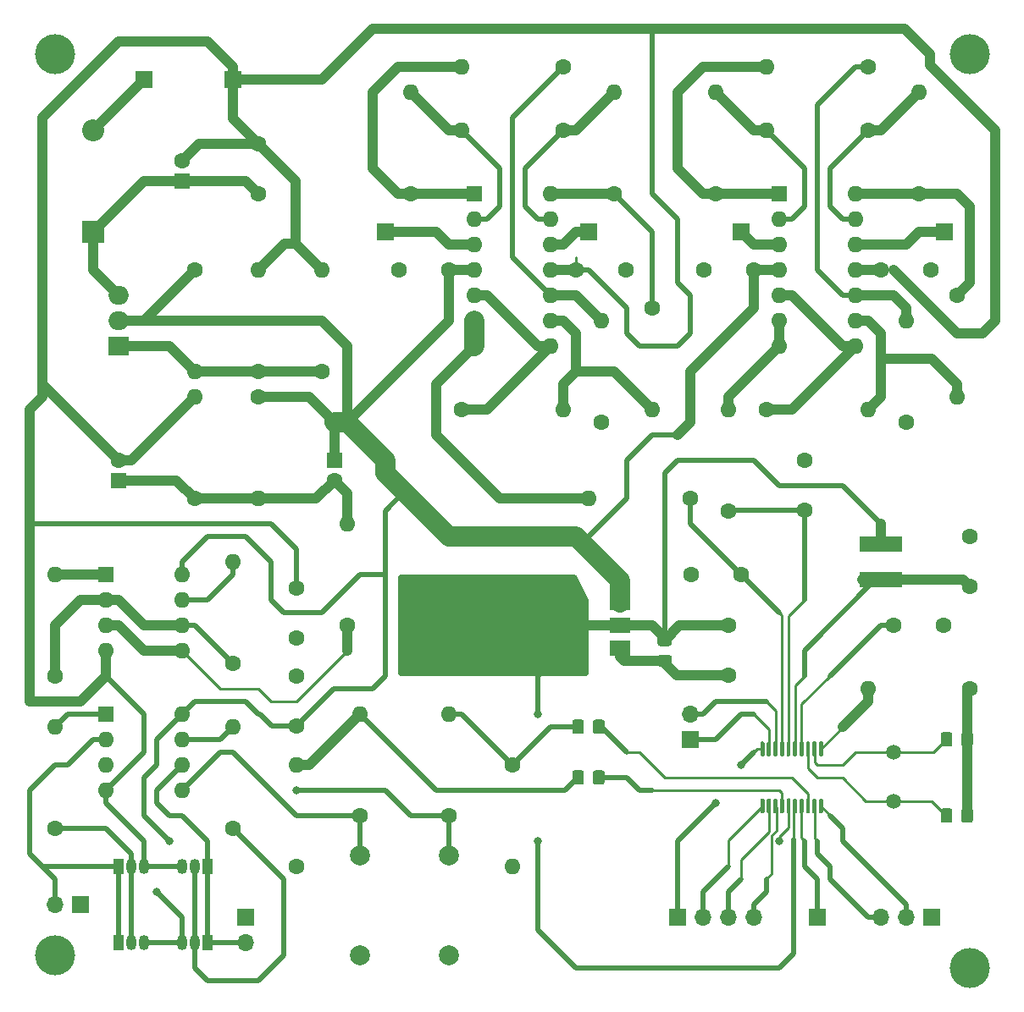
<source format=gbr>
%TF.GenerationSoftware,KiCad,Pcbnew,5.1.8-5.1.8*%
%TF.CreationDate,2021-02-27T17:22:06+08:00*%
%TF.ProjectId,Resolver,5265736f-6c76-4657-922e-6b696361645f,rev?*%
%TF.SameCoordinates,Original*%
%TF.FileFunction,Copper,L1,Top*%
%TF.FilePolarity,Positive*%
%FSLAX46Y46*%
G04 Gerber Fmt 4.6, Leading zero omitted, Abs format (unit mm)*
G04 Created by KiCad (PCBNEW 5.1.8-5.1.8) date 2021-02-27 17:22:06*
%MOMM*%
%LPD*%
G01*
G04 APERTURE LIST*
%TA.AperFunction,ComponentPad*%
%ADD10O,1.600000X1.600000*%
%TD*%
%TA.AperFunction,ComponentPad*%
%ADD11C,1.600000*%
%TD*%
%TA.AperFunction,ComponentPad*%
%ADD12O,1.700000X1.700000*%
%TD*%
%TA.AperFunction,ComponentPad*%
%ADD13R,1.700000X1.700000*%
%TD*%
%TA.AperFunction,ComponentPad*%
%ADD14C,1.500000*%
%TD*%
%TA.AperFunction,ComponentPad*%
%ADD15R,1.600000X1.600000*%
%TD*%
%TA.AperFunction,SMDPad,CuDef*%
%ADD16R,2.000000X1.500000*%
%TD*%
%TA.AperFunction,SMDPad,CuDef*%
%ADD17R,2.000000X3.800000*%
%TD*%
%TA.AperFunction,ComponentPad*%
%ADD18O,2.000000X1.905000*%
%TD*%
%TA.AperFunction,ComponentPad*%
%ADD19R,2.000000X1.905000*%
%TD*%
%TA.AperFunction,ComponentPad*%
%ADD20R,1.050000X1.500000*%
%TD*%
%TA.AperFunction,ComponentPad*%
%ADD21O,1.050000X1.500000*%
%TD*%
%TA.AperFunction,SMDPad,CuDef*%
%ADD22R,4.200000X1.500000*%
%TD*%
%TA.AperFunction,ComponentPad*%
%ADD23O,2.200000X2.200000*%
%TD*%
%TA.AperFunction,ComponentPad*%
%ADD24R,2.200000X2.200000*%
%TD*%
%TA.AperFunction,ComponentPad*%
%ADD25C,2.000000*%
%TD*%
%TA.AperFunction,ViaPad*%
%ADD26C,4.000000*%
%TD*%
%TA.AperFunction,ViaPad*%
%ADD27C,0.800000*%
%TD*%
%TA.AperFunction,Conductor*%
%ADD28C,0.250000*%
%TD*%
%TA.AperFunction,Conductor*%
%ADD29C,1.000000*%
%TD*%
%TA.AperFunction,Conductor*%
%ADD30C,0.500000*%
%TD*%
%TA.AperFunction,Conductor*%
%ADD31C,2.000000*%
%TD*%
%TA.AperFunction,Conductor*%
%ADD32C,0.100000*%
%TD*%
G04 APERTURE END LIST*
D10*
%TO.P,R31,2*%
%TO.N,Net-(R31-Pad2)*%
X181610000Y-473710000D03*
D11*
%TO.P,R31,1*%
%TO.N,Net-(Q3-Pad2)*%
X181610000Y-483870000D03*
%TD*%
D10*
%TO.P,R30,2*%
%TO.N,Net-(C20-Pad1)*%
X194310000Y-472440000D03*
D11*
%TO.P,R30,1*%
%TO.N,Net-(C22-Pad2)*%
X194310000Y-482600000D03*
%TD*%
D10*
%TO.P,R29,2*%
%TO.N,Net-(C13-Pad1)*%
X203200000Y-472440000D03*
D11*
%TO.P,R29,1*%
%TO.N,Net-(C21-Pad2)*%
X203200000Y-482600000D03*
%TD*%
D10*
%TO.P,R28,2*%
%TO.N,Net-(C20-Pad1)*%
X187960000Y-477520000D03*
D11*
%TO.P,R28,1*%
%TO.N,GNDREF*%
X187960000Y-487680000D03*
%TD*%
D10*
%TO.P,R27,2*%
%TO.N,GNDREF*%
X209550000Y-487680000D03*
D11*
%TO.P,R27,1*%
%TO.N,Net-(C13-Pad1)*%
X209550000Y-477520000D03*
%TD*%
D10*
%TO.P,R26,2*%
%TO.N,Net-(R26-Pad2)*%
X163830000Y-473710000D03*
D11*
%TO.P,R26,1*%
%TO.N,Net-(Q1-Pad2)*%
X163830000Y-483870000D03*
%TD*%
D10*
%TO.P,R25,2*%
%TO.N,Net-(R25-Pad2)*%
X181610000Y-457200000D03*
D11*
%TO.P,R25,1*%
%TO.N,GNDREF*%
X181610000Y-467360000D03*
%TD*%
D10*
%TO.P,R24,2*%
%TO.N,Net-(R24-Pad2)*%
X231140000Y-441960000D03*
D11*
%TO.P,R24,1*%
%TO.N,/ADC*%
X231140000Y-452120000D03*
%TD*%
D10*
%TO.P,R23,2*%
%TO.N,Net-(R23-Pad2)*%
X217170000Y-450850000D03*
D11*
%TO.P,R23,1*%
%TO.N,/ADC1*%
X227330000Y-450850000D03*
%TD*%
D10*
%TO.P,R22,2*%
%TO.N,Net-(R18-Pad2)*%
X245110000Y-441960000D03*
D11*
%TO.P,R22,1*%
%TO.N,Net-(R22-Pad1)*%
X234950000Y-441960000D03*
%TD*%
D10*
%TO.P,R21,2*%
%TO.N,Net-(R16-Pad2)*%
X214630000Y-441960000D03*
D11*
%TO.P,R21,1*%
%TO.N,Net-(R21-Pad1)*%
X204470000Y-441960000D03*
%TD*%
D10*
%TO.P,R20,2*%
%TO.N,Net-(R17-Pad1)*%
X248920000Y-433070000D03*
D11*
%TO.P,R20,1*%
%TO.N,GNDREF*%
X248920000Y-443230000D03*
%TD*%
D10*
%TO.P,R19,2*%
%TO.N,Net-(R15-Pad1)*%
X218440000Y-433070000D03*
D11*
%TO.P,R19,1*%
%TO.N,GNDREF*%
X218440000Y-443230000D03*
%TD*%
D10*
%TO.P,R18,2*%
%TO.N,Net-(R18-Pad2)*%
X254000000Y-440690000D03*
D11*
%TO.P,R18,1*%
%TO.N,Net-(R12-Pad1)*%
X254000000Y-430530000D03*
%TD*%
D10*
%TO.P,R17,2*%
%TO.N,Net-(R14-Pad1)*%
X234950000Y-407670000D03*
D11*
%TO.P,R17,1*%
%TO.N,Net-(R17-Pad1)*%
X245110000Y-407670000D03*
%TD*%
D10*
%TO.P,R16,2*%
%TO.N,Net-(R16-Pad2)*%
X223520000Y-441960000D03*
D11*
%TO.P,R16,1*%
%TO.N,Net-(R11-Pad1)*%
X223520000Y-431800000D03*
%TD*%
D10*
%TO.P,R15,2*%
%TO.N,Net-(R13-Pad1)*%
X204470000Y-407670000D03*
D11*
%TO.P,R15,1*%
%TO.N,Net-(R15-Pad1)*%
X214630000Y-407670000D03*
%TD*%
D10*
%TO.P,R14,2*%
%TO.N,Net-(R10-Pad2)*%
X229870000Y-410210000D03*
D11*
%TO.P,R14,1*%
%TO.N,Net-(R14-Pad1)*%
X229870000Y-420370000D03*
%TD*%
D10*
%TO.P,R13,2*%
%TO.N,Net-(R13-Pad2)*%
X199390000Y-410210000D03*
D11*
%TO.P,R13,1*%
%TO.N,Net-(R13-Pad1)*%
X199390000Y-420370000D03*
%TD*%
D10*
%TO.P,R12,2*%
%TO.N,Net-(R10-Pad1)*%
X250190000Y-410210000D03*
D11*
%TO.P,R12,1*%
%TO.N,Net-(R12-Pad1)*%
X250190000Y-420370000D03*
%TD*%
D10*
%TO.P,R11,2*%
%TO.N,Net-(R11-Pad2)*%
X219710000Y-410210000D03*
D11*
%TO.P,R11,1*%
%TO.N,Net-(R11-Pad1)*%
X219710000Y-420370000D03*
%TD*%
D10*
%TO.P,R10,2*%
%TO.N,Net-(R10-Pad2)*%
X234950000Y-414020000D03*
D11*
%TO.P,R10,1*%
%TO.N,Net-(R10-Pad1)*%
X245110000Y-414020000D03*
%TD*%
D10*
%TO.P,R9,2*%
%TO.N,Net-(R13-Pad2)*%
X204470000Y-414020000D03*
D11*
%TO.P,R9,1*%
%TO.N,Net-(R11-Pad2)*%
X214630000Y-414020000D03*
%TD*%
D10*
%TO.P,R8,2*%
%TO.N,Net-(R8-Pad2)*%
X163830000Y-458470000D03*
D11*
%TO.P,R8,1*%
%TO.N,GNDREF*%
X163830000Y-468630000D03*
%TD*%
D10*
%TO.P,R7,2*%
%TO.N,Net-(C3-Pad2)*%
X193040000Y-453390000D03*
D11*
%TO.P,R7,1*%
%TO.N,Net-(R7-Pad1)*%
X193040000Y-463550000D03*
%TD*%
D10*
%TO.P,R6,2*%
%TO.N,GND*%
X177800000Y-440690000D03*
D11*
%TO.P,R6,1*%
%TO.N,Net-(C3-Pad2)*%
X177800000Y-450850000D03*
%TD*%
D10*
%TO.P,R5,2*%
%TO.N,Net-(C3-Pad2)*%
X184150000Y-450850000D03*
D11*
%TO.P,R5,1*%
%TO.N,+10V*%
X184150000Y-440690000D03*
%TD*%
D10*
%TO.P,R4,2*%
%TO.N,Net-(R4-Pad2)*%
X245110000Y-469900000D03*
D11*
%TO.P,R4,1*%
%TO.N,GNDREF*%
X255270000Y-469900000D03*
%TD*%
D10*
%TO.P,R3,2*%
%TO.N,Net-(R1-Pad1)*%
X177800000Y-438150000D03*
D11*
%TO.P,R3,1*%
%TO.N,+10V*%
X177800000Y-427990000D03*
%TD*%
D10*
%TO.P,R2,2*%
%TO.N,GND*%
X190500000Y-427990000D03*
D11*
%TO.P,R2,1*%
%TO.N,Net-(R1-Pad1)*%
X190500000Y-438150000D03*
%TD*%
D10*
%TO.P,R1,2*%
%TO.N,GND*%
X184150000Y-427990000D03*
D11*
%TO.P,R1,1*%
%TO.N,Net-(R1-Pad1)*%
X184150000Y-438150000D03*
%TD*%
D12*
%TO.P,J13,2*%
%TO.N,Net-(J13-Pad2)*%
X182880000Y-495300000D03*
D13*
%TO.P,J13,1*%
%TO.N,GNDREF*%
X182880000Y-492760000D03*
%TD*%
D14*
%TO.P,Y1,2*%
%TO.N,Net-(C6-Pad1)*%
X247650000Y-481130000D03*
%TO.P,Y1,1*%
%TO.N,Net-(C5-Pad1)*%
X247650000Y-476250000D03*
%TD*%
D10*
%TO.P,U8,8*%
%TO.N,+10V*%
X176530000Y-472440000D03*
%TO.P,U8,4*%
%TO.N,GND*%
X168910000Y-480060000D03*
%TO.P,U8,7*%
%TO.N,Net-(R31-Pad2)*%
X176530000Y-474980000D03*
%TO.P,U8,3*%
%TO.N,Net-(C21-Pad2)*%
X168910000Y-477520000D03*
%TO.P,U8,6*%
%TO.N,Net-(J13-Pad2)*%
X176530000Y-477520000D03*
%TO.P,U8,2*%
%TO.N,Net-(J12-Pad2)*%
X168910000Y-474980000D03*
%TO.P,U8,5*%
%TO.N,Net-(C22-Pad2)*%
X176530000Y-480060000D03*
D15*
%TO.P,U8,1*%
%TO.N,Net-(R26-Pad2)*%
X168910000Y-472440000D03*
%TD*%
D10*
%TO.P,U7,14*%
%TO.N,Net-(R12-Pad1)*%
X243840000Y-420370000D03*
%TO.P,U7,7*%
%TO.N,Net-(R24-Pad2)*%
X236220000Y-435610000D03*
%TO.P,U7,13*%
%TO.N,Net-(R10-Pad1)*%
X243840000Y-422910000D03*
%TO.P,U7,6*%
%TO.N,Net-(R24-Pad2)*%
X236220000Y-433070000D03*
%TO.P,U7,12*%
%TO.N,Net-(J3-Pad1)*%
X243840000Y-425450000D03*
%TO.P,U7,5*%
%TO.N,Net-(R22-Pad1)*%
X236220000Y-430530000D03*
%TO.P,U7,11*%
%TO.N,GND*%
X243840000Y-427990000D03*
%TO.P,U7,4*%
%TO.N,+10V*%
X236220000Y-427990000D03*
%TO.P,U7,10*%
%TO.N,Net-(R17-Pad1)*%
X243840000Y-430530000D03*
%TO.P,U7,3*%
%TO.N,Net-(J2-Pad1)*%
X236220000Y-425450000D03*
%TO.P,U7,9*%
%TO.N,Net-(R18-Pad2)*%
X243840000Y-433070000D03*
%TO.P,U7,2*%
%TO.N,Net-(R10-Pad2)*%
X236220000Y-422910000D03*
%TO.P,U7,8*%
%TO.N,Net-(R22-Pad1)*%
X243840000Y-435610000D03*
D15*
%TO.P,U7,1*%
%TO.N,Net-(R14-Pad1)*%
X236220000Y-420370000D03*
%TD*%
D10*
%TO.P,U6,14*%
%TO.N,Net-(R11-Pad1)*%
X213360000Y-420370000D03*
%TO.P,U6,7*%
%TO.N,Net-(R23-Pad2)*%
X205740000Y-435610000D03*
%TO.P,U6,13*%
%TO.N,Net-(R11-Pad2)*%
X213360000Y-422910000D03*
%TO.P,U6,6*%
%TO.N,Net-(R23-Pad2)*%
X205740000Y-433070000D03*
%TO.P,U6,12*%
%TO.N,Net-(J1-Pad1)*%
X213360000Y-425450000D03*
%TO.P,U6,5*%
%TO.N,Net-(R21-Pad1)*%
X205740000Y-430530000D03*
%TO.P,U6,11*%
%TO.N,GND*%
X213360000Y-427990000D03*
%TO.P,U6,4*%
%TO.N,+10V*%
X205740000Y-427990000D03*
%TO.P,U6,10*%
%TO.N,Net-(R15-Pad1)*%
X213360000Y-430530000D03*
%TO.P,U6,3*%
%TO.N,Net-(J4-Pad1)*%
X205740000Y-425450000D03*
%TO.P,U6,9*%
%TO.N,Net-(R16-Pad2)*%
X213360000Y-433070000D03*
%TO.P,U6,2*%
%TO.N,Net-(R13-Pad2)*%
X205740000Y-422910000D03*
%TO.P,U6,8*%
%TO.N,Net-(R21-Pad1)*%
X213360000Y-435610000D03*
D15*
%TO.P,U6,1*%
%TO.N,Net-(R13-Pad1)*%
X205740000Y-420370000D03*
%TD*%
%TO.P,U4,20*%
%TO.N,/CLK*%
%TA.AperFunction,SMDPad,CuDef*%
G36*
G01*
X240315000Y-480915000D02*
X240515000Y-480915000D01*
G75*
G02*
X240615000Y-481015000I0J-100000D01*
G01*
X240615000Y-482290000D01*
G75*
G02*
X240515000Y-482390000I-100000J0D01*
G01*
X240315000Y-482390000D01*
G75*
G02*
X240215000Y-482290000I0J100000D01*
G01*
X240215000Y-481015000D01*
G75*
G02*
X240315000Y-480915000I100000J0D01*
G01*
G37*
%TD.AperFunction*%
%TO.P,U4,19*%
%TO.N,/DIO*%
%TA.AperFunction,SMDPad,CuDef*%
G36*
G01*
X239665000Y-480915000D02*
X239865000Y-480915000D01*
G75*
G02*
X239965000Y-481015000I0J-100000D01*
G01*
X239965000Y-482290000D01*
G75*
G02*
X239865000Y-482390000I-100000J0D01*
G01*
X239665000Y-482390000D01*
G75*
G02*
X239565000Y-482290000I0J100000D01*
G01*
X239565000Y-481015000D01*
G75*
G02*
X239665000Y-480915000I100000J0D01*
G01*
G37*
%TD.AperFunction*%
%TO.P,U4,18*%
%TO.N,Net-(C13-Pad2)*%
%TA.AperFunction,SMDPad,CuDef*%
G36*
G01*
X239015000Y-480915000D02*
X239215000Y-480915000D01*
G75*
G02*
X239315000Y-481015000I0J-100000D01*
G01*
X239315000Y-482290000D01*
G75*
G02*
X239215000Y-482390000I-100000J0D01*
G01*
X239015000Y-482390000D01*
G75*
G02*
X238915000Y-482290000I0J100000D01*
G01*
X238915000Y-481015000D01*
G75*
G02*
X239015000Y-480915000I100000J0D01*
G01*
G37*
%TD.AperFunction*%
%TO.P,U4,17*%
%TO.N,Net-(J11-Pad1)*%
%TA.AperFunction,SMDPad,CuDef*%
G36*
G01*
X238365000Y-480915000D02*
X238565000Y-480915000D01*
G75*
G02*
X238665000Y-481015000I0J-100000D01*
G01*
X238665000Y-482290000D01*
G75*
G02*
X238565000Y-482390000I-100000J0D01*
G01*
X238365000Y-482390000D01*
G75*
G02*
X238265000Y-482290000I0J100000D01*
G01*
X238265000Y-481015000D01*
G75*
G02*
X238365000Y-480915000I100000J0D01*
G01*
G37*
%TD.AperFunction*%
%TO.P,U4,16*%
%TO.N,+3V3*%
%TA.AperFunction,SMDPad,CuDef*%
G36*
G01*
X237715000Y-480915000D02*
X237915000Y-480915000D01*
G75*
G02*
X238015000Y-481015000I0J-100000D01*
G01*
X238015000Y-482290000D01*
G75*
G02*
X237915000Y-482390000I-100000J0D01*
G01*
X237715000Y-482390000D01*
G75*
G02*
X237615000Y-482290000I0J100000D01*
G01*
X237615000Y-481015000D01*
G75*
G02*
X237715000Y-480915000I100000J0D01*
G01*
G37*
%TD.AperFunction*%
%TO.P,U4,15*%
%TO.N,GNDREF*%
%TA.AperFunction,SMDPad,CuDef*%
G36*
G01*
X237065000Y-480915000D02*
X237265000Y-480915000D01*
G75*
G02*
X237365000Y-481015000I0J-100000D01*
G01*
X237365000Y-482290000D01*
G75*
G02*
X237265000Y-482390000I-100000J0D01*
G01*
X237065000Y-482390000D01*
G75*
G02*
X236965000Y-482290000I0J100000D01*
G01*
X236965000Y-481015000D01*
G75*
G02*
X237065000Y-480915000I100000J0D01*
G01*
G37*
%TD.AperFunction*%
%TO.P,U4,14*%
%TO.N,Net-(C20-Pad2)*%
%TA.AperFunction,SMDPad,CuDef*%
G36*
G01*
X236415000Y-480915000D02*
X236615000Y-480915000D01*
G75*
G02*
X236715000Y-481015000I0J-100000D01*
G01*
X236715000Y-482290000D01*
G75*
G02*
X236615000Y-482390000I-100000J0D01*
G01*
X236415000Y-482390000D01*
G75*
G02*
X236315000Y-482290000I0J100000D01*
G01*
X236315000Y-481015000D01*
G75*
G02*
X236415000Y-480915000I100000J0D01*
G01*
G37*
%TD.AperFunction*%
%TO.P,U4,13*%
%TO.N,/SPI1_MOSI*%
%TA.AperFunction,SMDPad,CuDef*%
G36*
G01*
X235765000Y-480915000D02*
X235965000Y-480915000D01*
G75*
G02*
X236065000Y-481015000I0J-100000D01*
G01*
X236065000Y-482290000D01*
G75*
G02*
X235965000Y-482390000I-100000J0D01*
G01*
X235765000Y-482390000D01*
G75*
G02*
X235665000Y-482290000I0J100000D01*
G01*
X235665000Y-481015000D01*
G75*
G02*
X235765000Y-480915000I100000J0D01*
G01*
G37*
%TD.AperFunction*%
%TO.P,U4,12*%
%TO.N,/SPI1_MISO*%
%TA.AperFunction,SMDPad,CuDef*%
G36*
G01*
X235115000Y-480915000D02*
X235315000Y-480915000D01*
G75*
G02*
X235415000Y-481015000I0J-100000D01*
G01*
X235415000Y-482290000D01*
G75*
G02*
X235315000Y-482390000I-100000J0D01*
G01*
X235115000Y-482390000D01*
G75*
G02*
X235015000Y-482290000I0J100000D01*
G01*
X235015000Y-481015000D01*
G75*
G02*
X235115000Y-480915000I100000J0D01*
G01*
G37*
%TD.AperFunction*%
%TO.P,U4,11*%
%TO.N,/SPI1_SCK*%
%TA.AperFunction,SMDPad,CuDef*%
G36*
G01*
X234465000Y-480915000D02*
X234665000Y-480915000D01*
G75*
G02*
X234765000Y-481015000I0J-100000D01*
G01*
X234765000Y-482290000D01*
G75*
G02*
X234665000Y-482390000I-100000J0D01*
G01*
X234465000Y-482390000D01*
G75*
G02*
X234365000Y-482290000I0J100000D01*
G01*
X234365000Y-481015000D01*
G75*
G02*
X234465000Y-480915000I100000J0D01*
G01*
G37*
%TD.AperFunction*%
%TO.P,U4,10*%
%TO.N,/SPI1_NSS*%
%TA.AperFunction,SMDPad,CuDef*%
G36*
G01*
X234465000Y-475190000D02*
X234665000Y-475190000D01*
G75*
G02*
X234765000Y-475290000I0J-100000D01*
G01*
X234765000Y-476565000D01*
G75*
G02*
X234665000Y-476665000I-100000J0D01*
G01*
X234465000Y-476665000D01*
G75*
G02*
X234365000Y-476565000I0J100000D01*
G01*
X234365000Y-475290000D01*
G75*
G02*
X234465000Y-475190000I100000J0D01*
G01*
G37*
%TD.AperFunction*%
%TO.P,U4,9*%
%TO.N,Net-(J9-Pad1)*%
%TA.AperFunction,SMDPad,CuDef*%
G36*
G01*
X235115000Y-475190000D02*
X235315000Y-475190000D01*
G75*
G02*
X235415000Y-475290000I0J-100000D01*
G01*
X235415000Y-476565000D01*
G75*
G02*
X235315000Y-476665000I-100000J0D01*
G01*
X235115000Y-476665000D01*
G75*
G02*
X235015000Y-476565000I0J100000D01*
G01*
X235015000Y-475290000D01*
G75*
G02*
X235115000Y-475190000I100000J0D01*
G01*
G37*
%TD.AperFunction*%
%TO.P,U4,8*%
%TO.N,Net-(J9-Pad2)*%
%TA.AperFunction,SMDPad,CuDef*%
G36*
G01*
X235765000Y-475190000D02*
X235965000Y-475190000D01*
G75*
G02*
X236065000Y-475290000I0J-100000D01*
G01*
X236065000Y-476565000D01*
G75*
G02*
X235965000Y-476665000I-100000J0D01*
G01*
X235765000Y-476665000D01*
G75*
G02*
X235665000Y-476565000I0J100000D01*
G01*
X235665000Y-475290000D01*
G75*
G02*
X235765000Y-475190000I100000J0D01*
G01*
G37*
%TD.AperFunction*%
%TO.P,U4,7*%
%TO.N,/ADC1*%
%TA.AperFunction,SMDPad,CuDef*%
G36*
G01*
X236415000Y-475190000D02*
X236615000Y-475190000D01*
G75*
G02*
X236715000Y-475290000I0J-100000D01*
G01*
X236715000Y-476565000D01*
G75*
G02*
X236615000Y-476665000I-100000J0D01*
G01*
X236415000Y-476665000D01*
G75*
G02*
X236315000Y-476565000I0J100000D01*
G01*
X236315000Y-475290000D01*
G75*
G02*
X236415000Y-475190000I100000J0D01*
G01*
G37*
%TD.AperFunction*%
%TO.P,U4,6*%
%TO.N,/ADC*%
%TA.AperFunction,SMDPad,CuDef*%
G36*
G01*
X237065000Y-475190000D02*
X237265000Y-475190000D01*
G75*
G02*
X237365000Y-475290000I0J-100000D01*
G01*
X237365000Y-476565000D01*
G75*
G02*
X237265000Y-476665000I-100000J0D01*
G01*
X237065000Y-476665000D01*
G75*
G02*
X236965000Y-476565000I0J100000D01*
G01*
X236965000Y-475290000D01*
G75*
G02*
X237065000Y-475190000I100000J0D01*
G01*
G37*
%TD.AperFunction*%
%TO.P,U4,5*%
%TO.N,Net-(C12-Pad2)*%
%TA.AperFunction,SMDPad,CuDef*%
G36*
G01*
X237715000Y-475190000D02*
X237915000Y-475190000D01*
G75*
G02*
X238015000Y-475290000I0J-100000D01*
G01*
X238015000Y-476565000D01*
G75*
G02*
X237915000Y-476665000I-100000J0D01*
G01*
X237715000Y-476665000D01*
G75*
G02*
X237615000Y-476565000I0J100000D01*
G01*
X237615000Y-475290000D01*
G75*
G02*
X237715000Y-475190000I100000J0D01*
G01*
G37*
%TD.AperFunction*%
%TO.P,U4,4*%
%TO.N,Net-(C7-Pad1)*%
%TA.AperFunction,SMDPad,CuDef*%
G36*
G01*
X238365000Y-475190000D02*
X238565000Y-475190000D01*
G75*
G02*
X238665000Y-475290000I0J-100000D01*
G01*
X238665000Y-476565000D01*
G75*
G02*
X238565000Y-476665000I-100000J0D01*
G01*
X238365000Y-476665000D01*
G75*
G02*
X238265000Y-476565000I0J100000D01*
G01*
X238265000Y-475290000D01*
G75*
G02*
X238365000Y-475190000I100000J0D01*
G01*
G37*
%TD.AperFunction*%
%TO.P,U4,3*%
%TO.N,Net-(C6-Pad1)*%
%TA.AperFunction,SMDPad,CuDef*%
G36*
G01*
X239015000Y-475190000D02*
X239215000Y-475190000D01*
G75*
G02*
X239315000Y-475290000I0J-100000D01*
G01*
X239315000Y-476565000D01*
G75*
G02*
X239215000Y-476665000I-100000J0D01*
G01*
X239015000Y-476665000D01*
G75*
G02*
X238915000Y-476565000I0J100000D01*
G01*
X238915000Y-475290000D01*
G75*
G02*
X239015000Y-475190000I100000J0D01*
G01*
G37*
%TD.AperFunction*%
%TO.P,U4,2*%
%TO.N,Net-(C5-Pad1)*%
%TA.AperFunction,SMDPad,CuDef*%
G36*
G01*
X239665000Y-475190000D02*
X239865000Y-475190000D01*
G75*
G02*
X239965000Y-475290000I0J-100000D01*
G01*
X239965000Y-476565000D01*
G75*
G02*
X239865000Y-476665000I-100000J0D01*
G01*
X239665000Y-476665000D01*
G75*
G02*
X239565000Y-476565000I0J100000D01*
G01*
X239565000Y-475290000D01*
G75*
G02*
X239665000Y-475190000I100000J0D01*
G01*
G37*
%TD.AperFunction*%
%TO.P,U4,1*%
%TO.N,Net-(R4-Pad2)*%
%TA.AperFunction,SMDPad,CuDef*%
G36*
G01*
X240315000Y-475190000D02*
X240515000Y-475190000D01*
G75*
G02*
X240615000Y-475290000I0J-100000D01*
G01*
X240615000Y-476565000D01*
G75*
G02*
X240515000Y-476665000I-100000J0D01*
G01*
X240315000Y-476665000D01*
G75*
G02*
X240215000Y-476565000I0J100000D01*
G01*
X240215000Y-475290000D01*
G75*
G02*
X240315000Y-475190000I100000J0D01*
G01*
G37*
%TD.AperFunction*%
%TD*%
D16*
%TO.P,U3,1*%
%TO.N,GNDREF*%
X220320000Y-465850000D03*
%TO.P,U3,3*%
%TO.N,+10V*%
X220320000Y-461250000D03*
%TO.P,U3,2*%
%TO.N,+3V3*%
X220320000Y-463550000D03*
D17*
X214020000Y-463550000D03*
%TD*%
D10*
%TO.P,U2,8*%
%TO.N,+10V*%
X176530000Y-458470000D03*
%TO.P,U2,4*%
%TO.N,GND*%
X168910000Y-466090000D03*
%TO.P,U2,7*%
%TO.N,Net-(R25-Pad2)*%
X176530000Y-461010000D03*
%TO.P,U2,3*%
%TO.N,Net-(R7-Pad1)*%
X168910000Y-463550000D03*
%TO.P,U2,6*%
%TO.N,GNDREF*%
X176530000Y-463550000D03*
%TO.P,U2,2*%
X168910000Y-461010000D03*
%TO.P,U2,5*%
%TO.N,Net-(R7-Pad1)*%
X176530000Y-466090000D03*
D15*
%TO.P,U2,1*%
%TO.N,Net-(R8-Pad2)*%
X168910000Y-458470000D03*
%TD*%
D18*
%TO.P,U1,3*%
%TO.N,+12V*%
X170180000Y-430530000D03*
%TO.P,U1,2*%
%TO.N,+10V*%
X170180000Y-433070000D03*
D19*
%TO.P,U1,1*%
%TO.N,Net-(R1-Pad1)*%
X170180000Y-435610000D03*
%TD*%
D20*
%TO.P,Q4,1*%
%TO.N,Net-(J13-Pad2)*%
X179070000Y-487680000D03*
D21*
%TO.P,Q4,3*%
%TO.N,GND*%
X176530000Y-487680000D03*
%TO.P,Q4,2*%
%TO.N,Net-(Q3-Pad2)*%
X177800000Y-487680000D03*
%TD*%
D20*
%TO.P,Q3,1*%
%TO.N,Net-(J13-Pad2)*%
X179070000Y-495300000D03*
D21*
%TO.P,Q3,3*%
%TO.N,+10V*%
X176530000Y-495300000D03*
%TO.P,Q3,2*%
%TO.N,Net-(Q3-Pad2)*%
X177800000Y-495300000D03*
%TD*%
D20*
%TO.P,Q2,1*%
%TO.N,Net-(J12-Pad2)*%
X170180000Y-487680000D03*
D21*
%TO.P,Q2,3*%
%TO.N,GND*%
X172720000Y-487680000D03*
%TO.P,Q2,2*%
%TO.N,Net-(Q1-Pad2)*%
X171450000Y-487680000D03*
%TD*%
D20*
%TO.P,Q1,1*%
%TO.N,Net-(J12-Pad2)*%
X170180000Y-495300000D03*
D21*
%TO.P,Q1,3*%
%TO.N,+10V*%
X172720000Y-495300000D03*
%TO.P,Q1,2*%
%TO.N,Net-(Q1-Pad2)*%
X171450000Y-495300000D03*
%TD*%
D22*
%TO.P,L9,2*%
%TO.N,+3V3*%
X246380000Y-455400000D03*
%TO.P,L9,1*%
%TO.N,Net-(C12-Pad2)*%
X246380000Y-459000000D03*
%TD*%
D12*
%TO.P,J12,2*%
%TO.N,Net-(J12-Pad2)*%
X163830000Y-491490000D03*
D13*
%TO.P,J12,1*%
%TO.N,GNDREF*%
X166370000Y-491490000D03*
%TD*%
%TO.P,J11,1*%
%TO.N,Net-(J11-Pad1)*%
X240030000Y-492760000D03*
%TD*%
D12*
%TO.P,J10,4*%
%TO.N,/SPI1_MOSI*%
X233680000Y-492760000D03*
%TO.P,J10,3*%
%TO.N,/SPI1_MISO*%
X231140000Y-492760000D03*
%TO.P,J10,2*%
%TO.N,/SPI1_SCK*%
X228600000Y-492760000D03*
D13*
%TO.P,J10,1*%
%TO.N,/SPI1_NSS*%
X226060000Y-492760000D03*
%TD*%
D12*
%TO.P,J9,2*%
%TO.N,Net-(J9-Pad2)*%
X227330000Y-472440000D03*
D13*
%TO.P,J9,1*%
%TO.N,Net-(J9-Pad1)*%
X227330000Y-474980000D03*
%TD*%
D12*
%TO.P,J8,3*%
%TO.N,/DIO*%
X246380000Y-492760000D03*
%TO.P,J8,2*%
%TO.N,/CLK*%
X248920000Y-492760000D03*
D13*
%TO.P,J8,1*%
%TO.N,GNDREF*%
X251460000Y-492760000D03*
%TD*%
%TO.P,J6,1*%
%TO.N,GND*%
X181610000Y-408940000D03*
%TD*%
%TO.P,J5,1*%
%TO.N,Net-(D1-Pad2)*%
X172720000Y-408940000D03*
%TD*%
%TO.P,J4,1*%
%TO.N,Net-(J4-Pad1)*%
X196850000Y-424180000D03*
%TD*%
%TO.P,J3,1*%
%TO.N,Net-(J3-Pad1)*%
X252730000Y-424180000D03*
%TD*%
%TO.P,J2,1*%
%TO.N,Net-(J2-Pad1)*%
X232410000Y-424180000D03*
%TD*%
%TO.P,J1,1*%
%TO.N,Net-(J1-Pad1)*%
X217170000Y-424180000D03*
%TD*%
D23*
%TO.P,D1,2*%
%TO.N,Net-(D1-Pad2)*%
X167640000Y-414020000D03*
D24*
%TO.P,D1,1*%
%TO.N,+12V*%
X167640000Y-424180000D03*
%TD*%
D11*
%TO.P,C24,2*%
%TO.N,GND*%
X187960000Y-459820000D03*
%TO.P,C24,1*%
%TO.N,GNDREF*%
X187960000Y-464820000D03*
%TD*%
%TO.P,C23,2*%
%TO.N,+10V*%
X187960000Y-473630000D03*
%TO.P,C23,1*%
%TO.N,GNDREF*%
X187960000Y-468630000D03*
%TD*%
D25*
%TO.P,C22,2*%
%TO.N,Net-(C22-Pad2)*%
X194310000Y-486570000D03*
%TO.P,C22,1*%
%TO.N,GNDREF*%
X194310000Y-496570000D03*
%TD*%
%TO.P,C21,2*%
%TO.N,Net-(C21-Pad2)*%
X203200000Y-486570000D03*
%TO.P,C21,1*%
%TO.N,GNDREF*%
X203200000Y-496570000D03*
%TD*%
%TO.P,C20,2*%
%TO.N,Net-(C20-Pad2)*%
%TA.AperFunction,SMDPad,CuDef*%
G36*
G01*
X217620000Y-479265000D02*
X217620000Y-478315000D01*
G75*
G02*
X217870000Y-478065000I250000J0D01*
G01*
X218545000Y-478065000D01*
G75*
G02*
X218795000Y-478315000I0J-250000D01*
G01*
X218795000Y-479265000D01*
G75*
G02*
X218545000Y-479515000I-250000J0D01*
G01*
X217870000Y-479515000D01*
G75*
G02*
X217620000Y-479265000I0J250000D01*
G01*
G37*
%TD.AperFunction*%
%TO.P,C20,1*%
%TO.N,Net-(C20-Pad1)*%
%TA.AperFunction,SMDPad,CuDef*%
G36*
G01*
X215545000Y-479265000D02*
X215545000Y-478315000D01*
G75*
G02*
X215795000Y-478065000I250000J0D01*
G01*
X216470000Y-478065000D01*
G75*
G02*
X216720000Y-478315000I0J-250000D01*
G01*
X216720000Y-479265000D01*
G75*
G02*
X216470000Y-479515000I-250000J0D01*
G01*
X215795000Y-479515000D01*
G75*
G02*
X215545000Y-479265000I0J250000D01*
G01*
G37*
%TD.AperFunction*%
%TD*%
D11*
%TO.P,C19,2*%
%TO.N,GNDREF*%
X238760000Y-447040000D03*
%TO.P,C19,1*%
%TO.N,/ADC*%
X238760000Y-452040000D03*
%TD*%
%TO.P,C18,2*%
%TO.N,GNDREF*%
X227410000Y-458470000D03*
%TO.P,C18,1*%
%TO.N,/ADC1*%
X232410000Y-458470000D03*
%TD*%
%TO.P,C17,2*%
%TO.N,GNDREF*%
X228680000Y-427990000D03*
%TO.P,C17,1*%
%TO.N,+10V*%
X233680000Y-427990000D03*
%TD*%
%TO.P,C16,2*%
%TO.N,GNDREF*%
X198200000Y-427990000D03*
%TO.P,C16,1*%
%TO.N,+10V*%
X203200000Y-427990000D03*
%TD*%
%TO.P,C15,2*%
%TO.N,GNDREF*%
X251380000Y-427990000D03*
%TO.P,C15,1*%
%TO.N,GND*%
X246380000Y-427990000D03*
%TD*%
%TO.P,C14,2*%
%TO.N,GNDREF*%
X220900000Y-427990000D03*
%TO.P,C14,1*%
%TO.N,GND*%
X215900000Y-427990000D03*
%TD*%
%TO.P,C13,2*%
%TO.N,Net-(C13-Pad2)*%
%TA.AperFunction,SMDPad,CuDef*%
G36*
G01*
X217620000Y-474185000D02*
X217620000Y-473235000D01*
G75*
G02*
X217870000Y-472985000I250000J0D01*
G01*
X218545000Y-472985000D01*
G75*
G02*
X218795000Y-473235000I0J-250000D01*
G01*
X218795000Y-474185000D01*
G75*
G02*
X218545000Y-474435000I-250000J0D01*
G01*
X217870000Y-474435000D01*
G75*
G02*
X217620000Y-474185000I0J250000D01*
G01*
G37*
%TD.AperFunction*%
%TO.P,C13,1*%
%TO.N,Net-(C13-Pad1)*%
%TA.AperFunction,SMDPad,CuDef*%
G36*
G01*
X215545000Y-474185000D02*
X215545000Y-473235000D01*
G75*
G02*
X215795000Y-472985000I250000J0D01*
G01*
X216470000Y-472985000D01*
G75*
G02*
X216720000Y-473235000I0J-250000D01*
G01*
X216720000Y-474185000D01*
G75*
G02*
X216470000Y-474435000I-250000J0D01*
G01*
X215795000Y-474435000D01*
G75*
G02*
X215545000Y-474185000I0J250000D01*
G01*
G37*
%TD.AperFunction*%
%TD*%
%TO.P,C12,2*%
%TO.N,Net-(C12-Pad2)*%
X255270000Y-459660000D03*
%TO.P,C12,1*%
%TO.N,GNDREF*%
X255270000Y-454660000D03*
%TD*%
%TO.P,C9,2*%
%TO.N,GNDREF*%
%TA.AperFunction,SMDPad,CuDef*%
G36*
G01*
X224315000Y-466540000D02*
X225265000Y-466540000D01*
G75*
G02*
X225515000Y-466790000I0J-250000D01*
G01*
X225515000Y-467465000D01*
G75*
G02*
X225265000Y-467715000I-250000J0D01*
G01*
X224315000Y-467715000D01*
G75*
G02*
X224065000Y-467465000I0J250000D01*
G01*
X224065000Y-466790000D01*
G75*
G02*
X224315000Y-466540000I250000J0D01*
G01*
G37*
%TD.AperFunction*%
%TO.P,C9,1*%
%TO.N,+3V3*%
%TA.AperFunction,SMDPad,CuDef*%
G36*
G01*
X224315000Y-464465000D02*
X225265000Y-464465000D01*
G75*
G02*
X225515000Y-464715000I0J-250000D01*
G01*
X225515000Y-465390000D01*
G75*
G02*
X225265000Y-465640000I-250000J0D01*
G01*
X224315000Y-465640000D01*
G75*
G02*
X224065000Y-465390000I0J250000D01*
G01*
X224065000Y-464715000D01*
G75*
G02*
X224315000Y-464465000I250000J0D01*
G01*
G37*
%TD.AperFunction*%
%TD*%
%TO.P,C8,2*%
%TO.N,GNDREF*%
X231140000Y-468550000D03*
%TO.P,C8,1*%
%TO.N,+3V3*%
X231140000Y-463550000D03*
%TD*%
%TO.P,C7,2*%
%TO.N,GNDREF*%
X252650000Y-463550000D03*
%TO.P,C7,1*%
%TO.N,Net-(C7-Pad1)*%
X247650000Y-463550000D03*
%TD*%
%TO.P,C6,2*%
%TO.N,GNDREF*%
%TA.AperFunction,SMDPad,CuDef*%
G36*
G01*
X254450000Y-483075000D02*
X254450000Y-482125000D01*
G75*
G02*
X254700000Y-481875000I250000J0D01*
G01*
X255375000Y-481875000D01*
G75*
G02*
X255625000Y-482125000I0J-250000D01*
G01*
X255625000Y-483075000D01*
G75*
G02*
X255375000Y-483325000I-250000J0D01*
G01*
X254700000Y-483325000D01*
G75*
G02*
X254450000Y-483075000I0J250000D01*
G01*
G37*
%TD.AperFunction*%
%TO.P,C6,1*%
%TO.N,Net-(C6-Pad1)*%
%TA.AperFunction,SMDPad,CuDef*%
G36*
G01*
X252375000Y-483075000D02*
X252375000Y-482125000D01*
G75*
G02*
X252625000Y-481875000I250000J0D01*
G01*
X253300000Y-481875000D01*
G75*
G02*
X253550000Y-482125000I0J-250000D01*
G01*
X253550000Y-483075000D01*
G75*
G02*
X253300000Y-483325000I-250000J0D01*
G01*
X252625000Y-483325000D01*
G75*
G02*
X252375000Y-483075000I0J250000D01*
G01*
G37*
%TD.AperFunction*%
%TD*%
%TO.P,C5,2*%
%TO.N,GNDREF*%
%TA.AperFunction,SMDPad,CuDef*%
G36*
G01*
X254450000Y-475455000D02*
X254450000Y-474505000D01*
G75*
G02*
X254700000Y-474255000I250000J0D01*
G01*
X255375000Y-474255000D01*
G75*
G02*
X255625000Y-474505000I0J-250000D01*
G01*
X255625000Y-475455000D01*
G75*
G02*
X255375000Y-475705000I-250000J0D01*
G01*
X254700000Y-475705000D01*
G75*
G02*
X254450000Y-475455000I0J250000D01*
G01*
G37*
%TD.AperFunction*%
%TO.P,C5,1*%
%TO.N,Net-(C5-Pad1)*%
%TA.AperFunction,SMDPad,CuDef*%
G36*
G01*
X252375000Y-475455000D02*
X252375000Y-474505000D01*
G75*
G02*
X252625000Y-474255000I250000J0D01*
G01*
X253300000Y-474255000D01*
G75*
G02*
X253550000Y-474505000I0J-250000D01*
G01*
X253550000Y-475455000D01*
G75*
G02*
X253300000Y-475705000I-250000J0D01*
G01*
X252625000Y-475705000D01*
G75*
G02*
X252375000Y-475455000I0J250000D01*
G01*
G37*
%TD.AperFunction*%
%TD*%
%TO.P,C4,2*%
%TO.N,GND*%
X170180000Y-447040000D03*
D15*
%TO.P,C4,1*%
%TO.N,Net-(C3-Pad2)*%
X170180000Y-449040000D03*
%TD*%
D11*
%TO.P,C3,2*%
%TO.N,Net-(C3-Pad2)*%
X191770000Y-449040000D03*
D15*
%TO.P,C3,1*%
%TO.N,+10V*%
X191770000Y-447040000D03*
%TD*%
D11*
%TO.P,C2,2*%
%TO.N,GND*%
X184150000Y-415370000D03*
%TO.P,C2,1*%
%TO.N,+12V*%
X184150000Y-420370000D03*
%TD*%
%TO.P,C1,2*%
%TO.N,GND*%
X176530000Y-417100000D03*
D15*
%TO.P,C1,1*%
%TO.N,+12V*%
X176530000Y-419100000D03*
%TD*%
D26*
%TO.N,GNDREF*%
X163830000Y-496570000D03*
X255270000Y-406400000D03*
X255270000Y-497840000D03*
X163830000Y-406400000D03*
D27*
%TO.N,+10V*%
X173990000Y-490220000D03*
X175260000Y-485140000D03*
%TO.N,GNDREF*%
X236220000Y-485140000D03*
%TO.N,+3V3*%
X212090000Y-485140000D03*
X212090000Y-472440000D03*
%TO.N,Net-(C21-Pad2)*%
X187960000Y-480060000D03*
%TO.N,/SPI1_NSS*%
X229870000Y-481330000D03*
X232410000Y-477520000D03*
%TD*%
D28*
%TO.N,GND*%
X215900000Y-426720000D02*
X215900000Y-427990000D01*
X246380000Y-427990000D02*
X247650000Y-427990000D01*
D29*
X213360000Y-427990000D02*
X215900000Y-427990000D01*
X246380000Y-427990000D02*
X243840000Y-427990000D01*
X195580000Y-403860000D02*
X190500000Y-408940000D01*
X251273998Y-406400000D02*
X248733998Y-403860000D01*
X251273998Y-407483998D02*
X251273998Y-406400000D01*
X257810000Y-433070000D02*
X257810000Y-414020000D01*
X190500000Y-408940000D02*
X181610000Y-408940000D01*
X256540000Y-434340000D02*
X257810000Y-433070000D01*
X257810000Y-414020000D02*
X251273998Y-407483998D01*
X254000000Y-434340000D02*
X256540000Y-434340000D01*
X247650000Y-427990000D02*
X254000000Y-434340000D01*
X181610000Y-412830000D02*
X184150000Y-415370000D01*
X181610000Y-408940000D02*
X181610000Y-412830000D01*
X178260000Y-415370000D02*
X176530000Y-417100000D01*
X184150000Y-415370000D02*
X178260000Y-415370000D01*
X184150000Y-415370000D02*
X187880000Y-419100000D01*
X187880000Y-425370000D02*
X190500000Y-427990000D01*
X187880000Y-419100000D02*
X187880000Y-425370000D01*
X186770000Y-425370000D02*
X187880000Y-425370000D01*
X184150000Y-427990000D02*
X186770000Y-425370000D01*
X162560000Y-439420000D02*
X170180000Y-447040000D01*
X162560000Y-412750000D02*
X162560000Y-439420000D01*
X170180000Y-405130000D02*
X162560000Y-412750000D01*
X181610000Y-407670000D02*
X179070000Y-405130000D01*
X179070000Y-405130000D02*
X170180000Y-405130000D01*
X181610000Y-408940000D02*
X181610000Y-407670000D01*
X162560000Y-440690000D02*
X162560000Y-439420000D01*
X161290000Y-441960000D02*
X162560000Y-440690000D01*
X166370000Y-471170000D02*
X161290000Y-471170000D01*
X168910000Y-468630000D02*
X166370000Y-471170000D01*
X168910000Y-466090000D02*
X168910000Y-468630000D01*
X161290000Y-471170000D02*
X161290000Y-455930000D01*
D30*
X187960000Y-459820000D02*
X187960000Y-455930000D01*
X185420000Y-453390000D02*
X161290000Y-453390000D01*
X187960000Y-455930000D02*
X185420000Y-453390000D01*
D29*
X161290000Y-453390000D02*
X161290000Y-441960000D01*
X161290000Y-455930000D02*
X161290000Y-453390000D01*
X171450000Y-447040000D02*
X177800000Y-440690000D01*
X170180000Y-447040000D02*
X171450000Y-447040000D01*
D30*
X168910000Y-480060000D02*
X172720000Y-476250000D01*
X172720000Y-476250000D02*
X172720000Y-476250000D01*
D29*
X223520000Y-403860000D02*
X195580000Y-403860000D01*
X248733998Y-403860000D02*
X223520000Y-403860000D01*
D30*
X226060000Y-422910000D02*
X223520000Y-420370000D01*
X226060000Y-429260000D02*
X226060000Y-422910000D01*
X227330000Y-430530000D02*
X226060000Y-429260000D01*
X227330000Y-434340000D02*
X227330000Y-430530000D01*
X226060000Y-435610000D02*
X227330000Y-434340000D01*
X223520000Y-420370000D02*
X223520000Y-403860000D01*
X222250000Y-435610000D02*
X226060000Y-435610000D01*
X220980000Y-434340000D02*
X222250000Y-435610000D01*
X220980000Y-431800000D02*
X220980000Y-434340000D01*
X217170000Y-427990000D02*
X220980000Y-431800000D01*
X215900000Y-427990000D02*
X217170000Y-427990000D01*
X172720000Y-487680000D02*
X176530000Y-487680000D01*
X168910000Y-480060000D02*
X168910000Y-481330000D01*
X172720000Y-485140000D02*
X172720000Y-487680000D01*
X168910000Y-481330000D02*
X172720000Y-485140000D01*
X172720000Y-472440000D02*
X168910000Y-468630000D01*
X172720000Y-476250000D02*
X172720000Y-472440000D01*
D29*
%TO.N,+12V*%
X182880000Y-419100000D02*
X184150000Y-420370000D01*
X176530000Y-419100000D02*
X182880000Y-419100000D01*
X172720000Y-419100000D02*
X167640000Y-424180000D01*
X176530000Y-419100000D02*
X172720000Y-419100000D01*
X167640000Y-427990000D02*
X170180000Y-430530000D01*
X167640000Y-424180000D02*
X167640000Y-427990000D01*
%TO.N,Net-(C3-Pad2)*%
X170180000Y-449040000D02*
X170910000Y-449040000D01*
X193040000Y-450310000D02*
X191770000Y-449040000D01*
X193040000Y-453390000D02*
X193040000Y-450310000D01*
X175990000Y-449040000D02*
X177800000Y-450850000D01*
X170180000Y-449040000D02*
X175990000Y-449040000D01*
X177800000Y-450850000D02*
X184150000Y-450850000D01*
X189960000Y-450850000D02*
X191770000Y-449040000D01*
X184150000Y-450850000D02*
X189960000Y-450850000D01*
D31*
%TO.N,+10V*%
X220320000Y-461250000D02*
X220320000Y-459080000D01*
X196850000Y-448310000D02*
X196850000Y-447040000D01*
X196850000Y-447040000D02*
X193040000Y-443230000D01*
D29*
X191770000Y-447040000D02*
X191770000Y-443230000D01*
D31*
X193040000Y-443230000D02*
X191770000Y-443230000D01*
D29*
X170180000Y-433070000D02*
X172720000Y-433070000D01*
X175260000Y-430530000D02*
X177800000Y-427990000D01*
X172720000Y-433070000D02*
X175260000Y-430530000D01*
X203200000Y-433070000D02*
X203200000Y-427990000D01*
X193040000Y-443230000D02*
X203200000Y-433070000D01*
X203200000Y-427990000D02*
X205740000Y-427990000D01*
X233680000Y-427990000D02*
X236220000Y-427990000D01*
D31*
X215900000Y-454660000D02*
X209550000Y-454660000D01*
X209550000Y-454660000D02*
X203200000Y-454660000D01*
D29*
X233680000Y-429260000D02*
X233680000Y-427990000D01*
X233680000Y-431800000D02*
X233680000Y-429260000D01*
X227330000Y-438150000D02*
X233680000Y-431800000D01*
X227330000Y-443230000D02*
X227330000Y-438150000D01*
X226060000Y-444500000D02*
X227330000Y-443230000D01*
D31*
X220320000Y-459080000D02*
X217170000Y-455930000D01*
D30*
X217170000Y-455930000D02*
X217170000Y-454660000D01*
D31*
X217170000Y-455930000D02*
X215900000Y-454660000D01*
D30*
X217170000Y-454660000D02*
X220980000Y-450850000D01*
X220980000Y-450850000D02*
X220980000Y-447040000D01*
X223520000Y-444500000D02*
X226060000Y-444500000D01*
X220980000Y-447040000D02*
X223520000Y-444500000D01*
X187960000Y-473630000D02*
X191690000Y-469900000D01*
X191690000Y-469900000D02*
X195580000Y-469900000D01*
X195580000Y-469900000D02*
X196850000Y-468630000D01*
X196850000Y-452120000D02*
X198755000Y-450215000D01*
D31*
X198755000Y-450215000D02*
X196850000Y-448310000D01*
X203200000Y-454660000D02*
X198755000Y-450215000D01*
D29*
X172720000Y-433070000D02*
X190500000Y-433070000D01*
X193040000Y-435610000D02*
X193040000Y-443230000D01*
X190500000Y-433070000D02*
X193040000Y-435610000D01*
D30*
X185500000Y-473630000D02*
X187960000Y-473630000D01*
X184310000Y-472440000D02*
X185500000Y-473630000D01*
X184150000Y-472440000D02*
X184310000Y-472440000D01*
X182880000Y-471170000D02*
X184150000Y-472440000D01*
X177800000Y-471170000D02*
X182880000Y-471170000D01*
X194310000Y-458470000D02*
X196850000Y-458470000D01*
X186690000Y-462280000D02*
X190500000Y-462280000D01*
X182880000Y-454660000D02*
X185420000Y-457200000D01*
X190500000Y-462280000D02*
X194310000Y-458470000D01*
X179070000Y-454660000D02*
X182880000Y-454660000D01*
X185420000Y-461010000D02*
X186690000Y-462280000D01*
X185420000Y-457200000D02*
X185420000Y-461010000D01*
X176530000Y-457200000D02*
X179070000Y-454660000D01*
X176530000Y-458470000D02*
X176530000Y-457200000D01*
X196850000Y-458470000D02*
X196850000Y-452120000D01*
X196850000Y-468630000D02*
X196850000Y-458470000D01*
D29*
X189230000Y-440690000D02*
X191770000Y-443230000D01*
X184150000Y-440690000D02*
X189230000Y-440690000D01*
D30*
X172720000Y-495300000D02*
X176530000Y-495300000D01*
X176530000Y-472440000D02*
X177800000Y-471170000D01*
X176530000Y-495300000D02*
X176530000Y-492760000D01*
X176530000Y-492760000D02*
X173990000Y-490220000D01*
X173990000Y-490220000D02*
X173990000Y-490220000D01*
X173990000Y-477520000D02*
X173990000Y-474980000D01*
X173990000Y-474980000D02*
X176530000Y-472440000D01*
X172720000Y-478790000D02*
X173990000Y-477520000D01*
X172720000Y-482600000D02*
X172720000Y-478790000D01*
X175260000Y-485140000D02*
X172720000Y-482600000D01*
D29*
%TO.N,GNDREF*%
X220320000Y-465850000D02*
X220740000Y-465850000D01*
X224790000Y-467127500D02*
X224790000Y-467360000D01*
X220320000Y-465850000D02*
X220320000Y-466700000D01*
X220747500Y-467127500D02*
X224790000Y-467127500D01*
X220320000Y-466700000D02*
X220747500Y-467127500D01*
X225980000Y-468550000D02*
X231140000Y-468550000D01*
X224790000Y-467360000D02*
X225980000Y-468550000D01*
X168910000Y-461010000D02*
X166370000Y-461010000D01*
X163830000Y-463550000D02*
X163830000Y-468630000D01*
X166370000Y-461010000D02*
X163830000Y-463550000D01*
X168910000Y-461010000D02*
X170180000Y-461010000D01*
X172720000Y-463550000D02*
X176530000Y-463550000D01*
X170180000Y-461010000D02*
X172720000Y-463550000D01*
D30*
X177800000Y-463550000D02*
X181610000Y-467360000D01*
X176530000Y-463550000D02*
X177800000Y-463550000D01*
D28*
X237165000Y-481652500D02*
X237165000Y-480915000D01*
X237165000Y-481652500D02*
X237165000Y-483795000D01*
X237165000Y-483795000D02*
X236220000Y-484740000D01*
X236220000Y-484740000D02*
X236220000Y-485140000D01*
X236220000Y-485140000D02*
X236220000Y-485140000D01*
D29*
X255037500Y-470132500D02*
X255270000Y-469900000D01*
X255037500Y-482600000D02*
X255037500Y-470132500D01*
D28*
%TO.N,Net-(C5-Pad1)*%
X247650000Y-476250000D02*
X243840000Y-476250000D01*
X243840000Y-476250000D02*
X242570000Y-477520000D01*
X239765000Y-475927500D02*
X239765000Y-477255000D01*
X239765000Y-477255000D02*
X240030000Y-477520000D01*
X240030000Y-477520000D02*
X242570000Y-477520000D01*
X251692500Y-476250000D02*
X252962500Y-474980000D01*
X247650000Y-476250000D02*
X251692500Y-476250000D01*
%TO.N,Net-(C6-Pad1)*%
X247650000Y-481130000D02*
X244910000Y-481130000D01*
X244910000Y-481130000D02*
X242570000Y-478790000D01*
X242570000Y-478790000D02*
X240030000Y-478790000D01*
X239115000Y-475927500D02*
X239115000Y-477875000D01*
X239115000Y-477875000D02*
X240030000Y-478790000D01*
X251492500Y-481130000D02*
X252962500Y-482600000D01*
X247650000Y-481130000D02*
X251492500Y-481130000D01*
D30*
%TO.N,Net-(C7-Pad1)*%
X247650000Y-463550000D02*
X246380000Y-463550000D01*
X246380000Y-463550000D02*
X241300000Y-468630000D01*
D28*
X238465000Y-471465000D02*
X241300000Y-468630000D01*
X238465000Y-475927500D02*
X238465000Y-471465000D01*
D29*
%TO.N,+3V3*%
X220320000Y-463550000D02*
X215900000Y-463550000D01*
X226292500Y-463550000D02*
X224790000Y-465052500D01*
X231140000Y-463550000D02*
X226292500Y-463550000D01*
X246380000Y-455400000D02*
X246380000Y-453390000D01*
X223520000Y-463550000D02*
X224790000Y-464820000D01*
X220320000Y-463550000D02*
X223520000Y-463550000D01*
X224790000Y-464820000D02*
X224790000Y-465052500D01*
D30*
X242570000Y-449580000D02*
X236220000Y-449580000D01*
X236220000Y-449580000D02*
X233680000Y-447040000D01*
X233680000Y-447040000D02*
X226060000Y-447040000D01*
X224790000Y-448310000D02*
X224790000Y-465052500D01*
X226060000Y-447040000D02*
X224790000Y-448310000D01*
D28*
X237815000Y-481652500D02*
X237812500Y-481652500D01*
X237690010Y-481774990D02*
X237690010Y-484939990D01*
X237812500Y-481652500D02*
X237690010Y-481774990D01*
D30*
X237690010Y-484939990D02*
X237690010Y-496369990D01*
X237690010Y-496369990D02*
X236220000Y-497840000D01*
X236220000Y-497840000D02*
X218469998Y-497840000D01*
X218469998Y-497840000D02*
X215900000Y-497840000D01*
X215900000Y-497840000D02*
X212090000Y-494030000D01*
X212090000Y-494030000D02*
X212090000Y-485140000D01*
X212090000Y-485140000D02*
X212090000Y-485140000D01*
X212090000Y-472440000D02*
X212090000Y-468630000D01*
X214020000Y-463550000D02*
X214020000Y-466700000D01*
X214020000Y-466700000D02*
X212090000Y-468630000D01*
X242570000Y-449580000D02*
X246380000Y-453390000D01*
D29*
X215900000Y-463550000D02*
X214020000Y-463550000D01*
%TO.N,Net-(C12-Pad2)*%
X254610000Y-459000000D02*
X255270000Y-459660000D01*
X246380000Y-459000000D02*
X254610000Y-459000000D01*
X246380000Y-459000000D02*
X245850000Y-459000000D01*
X246380000Y-459000000D02*
X244580000Y-459000000D01*
D30*
X245850000Y-459000000D02*
X238760000Y-466090000D01*
X238760000Y-466090000D02*
X238760000Y-468630000D01*
D28*
X237815000Y-469575000D02*
X238760000Y-468630000D01*
X237815000Y-475927500D02*
X237815000Y-469575000D01*
%TO.N,Net-(C13-Pad2)*%
X239115000Y-481652500D02*
X239115000Y-480415000D01*
X239115000Y-480415000D02*
X237490000Y-478790000D01*
X237490000Y-478790000D02*
X227330000Y-478790000D01*
X227330000Y-478790000D02*
X224790000Y-478790000D01*
X224790000Y-478790000D02*
X222250000Y-476250000D01*
X222250000Y-476250000D02*
X220980000Y-476250000D01*
D30*
X218440000Y-473710000D02*
X220980000Y-476250000D01*
X218207500Y-473710000D02*
X218440000Y-473710000D01*
%TO.N,Net-(C13-Pad1)*%
X213360000Y-473710000D02*
X209550000Y-477520000D01*
X216132500Y-473710000D02*
X213360000Y-473710000D01*
X204470000Y-472440000D02*
X209550000Y-477520000D01*
X203200000Y-472440000D02*
X204470000Y-472440000D01*
%TO.N,/ADC1*%
X227330000Y-453390000D02*
X232410000Y-458470000D01*
X227330000Y-450850000D02*
X227330000Y-453390000D01*
X232410000Y-458470000D02*
X236220000Y-462280000D01*
D28*
X236515000Y-475927500D02*
X236515000Y-462575000D01*
X236515000Y-462575000D02*
X236220000Y-462280000D01*
D30*
%TO.N,/ADC*%
X231220000Y-452040000D02*
X231140000Y-452120000D01*
X238760000Y-452040000D02*
X231220000Y-452040000D01*
X238760000Y-452040000D02*
X238760000Y-461010000D01*
D28*
X237165000Y-475927500D02*
X237165000Y-462605000D01*
X237165000Y-462605000D02*
X238760000Y-461010000D01*
%TO.N,Net-(C20-Pad2)*%
X236515000Y-481652500D02*
X236515000Y-480355000D01*
X236515000Y-480355000D02*
X236220000Y-480060000D01*
D30*
X218207500Y-478790000D02*
X220980000Y-478790000D01*
X220980000Y-478790000D02*
X222250000Y-480060000D01*
X222250000Y-480060000D02*
X223520000Y-480060000D01*
D28*
X236220000Y-480060000D02*
X223520000Y-480060000D01*
D30*
%TO.N,Net-(C20-Pad1)*%
X194310000Y-472440000D02*
X201930000Y-480060000D01*
X214862500Y-480060000D02*
X216132500Y-478790000D01*
X201930000Y-480060000D02*
X214862500Y-480060000D01*
D29*
X187960000Y-477520000D02*
X189230000Y-477520000D01*
X189230000Y-477520000D02*
X194310000Y-472440000D01*
D30*
%TO.N,Net-(C21-Pad2)*%
X203200000Y-482600000D02*
X199390000Y-482600000D01*
X199390000Y-482600000D02*
X196850000Y-480060000D01*
X203200000Y-482600000D02*
X203200000Y-486570000D01*
X196850000Y-480060000D02*
X190500000Y-480060000D01*
X190500000Y-480060000D02*
X187960000Y-480060000D01*
X187960000Y-480060000D02*
X187960000Y-480060000D01*
%TO.N,Net-(C22-Pad2)*%
X194310000Y-482600000D02*
X194310000Y-486570000D01*
X187960000Y-482600000D02*
X194310000Y-482600000D01*
X181610000Y-476250000D02*
X187960000Y-482600000D01*
X180340000Y-476250000D02*
X181610000Y-476250000D01*
X176530000Y-480060000D02*
X180340000Y-476250000D01*
D29*
%TO.N,Net-(D1-Pad2)*%
X172720000Y-408940000D02*
X167640000Y-414020000D01*
%TO.N,Net-(J1-Pad1)*%
X217170000Y-424180000D02*
X215900000Y-424180000D01*
X214630000Y-425450000D02*
X213360000Y-425450000D01*
X215900000Y-424180000D02*
X214630000Y-425450000D01*
%TO.N,Net-(J2-Pad1)*%
X233680000Y-425450000D02*
X232410000Y-424180000D01*
X236220000Y-425450000D02*
X233680000Y-425450000D01*
%TO.N,Net-(J3-Pad1)*%
X252730000Y-424180000D02*
X250190000Y-424180000D01*
X248920000Y-425450000D02*
X243840000Y-425450000D01*
X250190000Y-424180000D02*
X248920000Y-425450000D01*
%TO.N,Net-(J4-Pad1)*%
X196850000Y-424180000D02*
X201930000Y-424180000D01*
X203200000Y-425450000D02*
X205740000Y-425450000D01*
X201930000Y-424180000D02*
X203200000Y-425450000D01*
D30*
%TO.N,/DIO*%
X246380000Y-492760000D02*
X245110000Y-492760000D01*
X245110000Y-492760000D02*
X241300000Y-488950000D01*
X241300000Y-488950000D02*
X241300000Y-487680000D01*
X241300000Y-487680000D02*
X240030000Y-486410000D01*
X240030000Y-486410000D02*
X240030000Y-485140000D01*
D28*
X239765000Y-484875000D02*
X239765000Y-481652500D01*
X240030000Y-485140000D02*
X239765000Y-484875000D01*
D30*
%TO.N,/CLK*%
X248920000Y-492760000D02*
X248920000Y-491490000D01*
X248920000Y-491490000D02*
X242570000Y-485140000D01*
X242570000Y-483870000D02*
X241300000Y-482600000D01*
X242570000Y-485140000D02*
X242570000Y-483870000D01*
D28*
X240415000Y-481652500D02*
X241300000Y-482537500D01*
X241300000Y-482537500D02*
X241300000Y-482600000D01*
D30*
%TO.N,Net-(J9-Pad2)*%
X227330000Y-472440000D02*
X228600000Y-472440000D01*
X228600000Y-472440000D02*
X229870000Y-471170000D01*
X229870000Y-471170000D02*
X234950000Y-471170000D01*
D28*
X235865000Y-475927500D02*
X235865000Y-472085000D01*
X235865000Y-472085000D02*
X234950000Y-471170000D01*
D30*
%TO.N,Net-(J9-Pad1)*%
X227330000Y-474980000D02*
X228600000Y-474980000D01*
X228600000Y-474980000D02*
X229870000Y-474980000D01*
X229870000Y-474980000D02*
X231140000Y-473710000D01*
X231140000Y-473710000D02*
X232410000Y-472440000D01*
X232410000Y-472440000D02*
X233680000Y-472440000D01*
D28*
X235215000Y-475927500D02*
X235215000Y-473975000D01*
X235215000Y-473975000D02*
X233680000Y-472440000D01*
D30*
%TO.N,/SPI1_MOSI*%
X233680000Y-492760000D02*
X233680000Y-491490000D01*
X233680000Y-491490000D02*
X234950000Y-490220000D01*
X234950000Y-490220000D02*
X234950000Y-488950000D01*
D28*
X235989990Y-481744990D02*
X235989990Y-484100010D01*
X235897500Y-481652500D02*
X235989990Y-481744990D01*
X235865000Y-481652500D02*
X235897500Y-481652500D01*
X235494999Y-484595001D02*
X235494999Y-488405001D01*
X235989990Y-484100010D02*
X235494999Y-484595001D01*
X235494999Y-488405001D02*
X234950000Y-488950000D01*
D30*
%TO.N,/SPI1_MISO*%
X231140000Y-492760000D02*
X231140000Y-490220000D01*
X231140000Y-490220000D02*
X232410000Y-488950000D01*
D28*
X235215000Y-484238590D02*
X232410000Y-487043590D01*
X232410000Y-487043590D02*
X232410000Y-488950000D01*
X235215000Y-481652500D02*
X235215000Y-484238590D01*
D30*
%TO.N,/SPI1_SCK*%
X228600000Y-492760000D02*
X228600000Y-490220000D01*
X228600000Y-490220000D02*
X231140000Y-487680000D01*
D28*
X231140000Y-485077500D02*
X231140000Y-487680000D01*
X234565000Y-481652500D02*
X231140000Y-485077500D01*
D30*
%TO.N,/SPI1_NSS*%
X226060000Y-492760000D02*
X226060000Y-485140000D01*
X226060000Y-485140000D02*
X229870000Y-481330000D01*
X229870000Y-481330000D02*
X229870000Y-481330000D01*
X232410000Y-477520000D02*
X233680000Y-476250000D01*
D28*
X234565000Y-475927500D02*
X234002500Y-475927500D01*
X234002500Y-475927500D02*
X233680000Y-476250000D01*
D30*
%TO.N,Net-(J11-Pad1)*%
X240030000Y-492760000D02*
X240030000Y-488950000D01*
X240030000Y-488950000D02*
X238760000Y-487680000D01*
X238760000Y-487680000D02*
X238760000Y-485140000D01*
D28*
X238465000Y-484845000D02*
X238760000Y-485140000D01*
X238465000Y-481652500D02*
X238465000Y-484845000D01*
D30*
%TO.N,Net-(J12-Pad2)*%
X162560000Y-487680000D02*
X170180000Y-487680000D01*
X161290000Y-486410000D02*
X162560000Y-487680000D01*
X161290000Y-480060000D02*
X161290000Y-486410000D01*
X163830000Y-477520000D02*
X161290000Y-480060000D01*
X165100000Y-477520000D02*
X163830000Y-477520000D01*
X167640000Y-474980000D02*
X165100000Y-477520000D01*
X168910000Y-474980000D02*
X167640000Y-474980000D01*
X163830000Y-488950000D02*
X162560000Y-487680000D01*
X163830000Y-491490000D02*
X163830000Y-488950000D01*
X170180000Y-495300000D02*
X170180000Y-487680000D01*
%TO.N,Net-(J13-Pad2)*%
X179070000Y-487680000D02*
X179070000Y-485140000D01*
X179070000Y-485140000D02*
X176530000Y-482600000D01*
X176530000Y-482600000D02*
X175260000Y-482600000D01*
X175260000Y-482600000D02*
X173990000Y-481330000D01*
X173990000Y-480060000D02*
X176530000Y-477520000D01*
X173990000Y-481330000D02*
X173990000Y-480060000D01*
X179070000Y-495300000D02*
X179070000Y-487680000D01*
X179070000Y-495300000D02*
X182880000Y-495300000D01*
%TO.N,Net-(Q1-Pad2)*%
X171450000Y-495300000D02*
X171450000Y-487680000D01*
X171450000Y-487680000D02*
X171450000Y-486410000D01*
X168910000Y-483870000D02*
X163830000Y-483870000D01*
X171450000Y-486410000D02*
X168910000Y-483870000D01*
%TO.N,Net-(Q3-Pad2)*%
X177800000Y-491490000D02*
X177800000Y-495300000D01*
X177800000Y-487680000D02*
X177800000Y-491490000D01*
X186690000Y-488950000D02*
X181610000Y-483870000D01*
X184150000Y-499110000D02*
X186690000Y-496570000D01*
X179070000Y-499110000D02*
X184150000Y-499110000D01*
X177800000Y-497840000D02*
X179070000Y-499110000D01*
X186690000Y-496570000D02*
X186690000Y-488950000D01*
X177800000Y-495300000D02*
X177800000Y-497840000D01*
D29*
%TO.N,Net-(R1-Pad1)*%
X175260000Y-435610000D02*
X177800000Y-438150000D01*
X170180000Y-435610000D02*
X175260000Y-435610000D01*
X177800000Y-438150000D02*
X184150000Y-438150000D01*
X184150000Y-438150000D02*
X190500000Y-438150000D01*
%TO.N,Net-(R4-Pad2)*%
X245110000Y-469900000D02*
X245110000Y-471170000D01*
X245110000Y-471170000D02*
X242570000Y-473710000D01*
D28*
X240415000Y-475927500D02*
X242570000Y-473772500D01*
X242570000Y-473772500D02*
X242570000Y-473710000D01*
D29*
%TO.N,Net-(R7-Pad1)*%
X176530000Y-466090000D02*
X172720000Y-466090000D01*
X170180000Y-463550000D02*
X168910000Y-463550000D01*
X172720000Y-466090000D02*
X170180000Y-463550000D01*
D28*
X193040000Y-466090000D02*
X187960000Y-471170000D01*
X187960000Y-471170000D02*
X185420000Y-471170000D01*
X185420000Y-471170000D02*
X184150000Y-469900000D01*
X184150000Y-469900000D02*
X180340000Y-469900000D01*
X180340000Y-469900000D02*
X176530000Y-466090000D01*
D29*
X193040000Y-463550000D02*
X193040000Y-466090000D01*
%TO.N,Net-(R8-Pad2)*%
X168910000Y-458470000D02*
X163830000Y-458470000D01*
D30*
%TO.N,Net-(R13-Pad2)*%
X204470000Y-414020000D02*
X208280000Y-417830000D01*
X208280000Y-417830000D02*
X208280000Y-420370000D01*
X205740000Y-422910000D02*
X207010000Y-422910000D01*
X207010000Y-422910000D02*
X208280000Y-421640000D01*
X208280000Y-421640000D02*
X208280000Y-420370000D01*
D29*
X203200000Y-414020000D02*
X199390000Y-410210000D01*
X204470000Y-414020000D02*
X203200000Y-414020000D01*
D30*
%TO.N,Net-(R11-Pad2)*%
X213360000Y-422910000D02*
X212090000Y-422910000D01*
X212090000Y-422910000D02*
X210820000Y-421640000D01*
X210820000Y-417830000D02*
X214630000Y-414020000D01*
X210820000Y-421640000D02*
X210820000Y-417830000D01*
D29*
X215900000Y-414020000D02*
X219710000Y-410210000D01*
X214630000Y-414020000D02*
X215900000Y-414020000D01*
%TO.N,Net-(R10-Pad2)*%
X233680000Y-414020000D02*
X229870000Y-410210000D01*
X234950000Y-414020000D02*
X233680000Y-414020000D01*
D30*
X236220000Y-422910000D02*
X237490000Y-422910000D01*
X237490000Y-422910000D02*
X238760000Y-421640000D01*
X238760000Y-421640000D02*
X238760000Y-417830000D01*
X238760000Y-417830000D02*
X234950000Y-414020000D01*
D29*
%TO.N,Net-(R10-Pad1)*%
X246380000Y-414020000D02*
X250190000Y-410210000D01*
X245110000Y-414020000D02*
X246380000Y-414020000D01*
D30*
X243840000Y-422910000D02*
X242570000Y-422910000D01*
X242570000Y-422910000D02*
X241300000Y-421640000D01*
X241300000Y-421640000D02*
X241300000Y-417830000D01*
X241300000Y-417830000D02*
X245110000Y-414020000D01*
D29*
%TO.N,Net-(R11-Pad1)*%
X219710000Y-420370000D02*
X213360000Y-420370000D01*
D30*
X223520000Y-424180000D02*
X219710000Y-420370000D01*
X223520000Y-431800000D02*
X223520000Y-424180000D01*
D29*
%TO.N,Net-(R12-Pad1)*%
X250190000Y-420370000D02*
X243840000Y-420370000D01*
X255270000Y-429260000D02*
X254000000Y-430530000D01*
X255270000Y-421640000D02*
X255270000Y-429260000D01*
X254000000Y-420370000D02*
X255270000Y-421640000D01*
X250190000Y-420370000D02*
X254000000Y-420370000D01*
%TO.N,Net-(R13-Pad1)*%
X205740000Y-420370000D02*
X199390000Y-420370000D01*
X198120000Y-420370000D02*
X199390000Y-420370000D01*
X195580000Y-417830000D02*
X198120000Y-420370000D01*
X195580000Y-410210000D02*
X195580000Y-417830000D01*
X198120000Y-407670000D02*
X195580000Y-410210000D01*
X204470000Y-407670000D02*
X198120000Y-407670000D01*
%TO.N,Net-(R14-Pad1)*%
X236220000Y-420370000D02*
X229870000Y-420370000D01*
X229870000Y-420370000D02*
X228600000Y-420370000D01*
X228600000Y-420370000D02*
X226060000Y-417830000D01*
X226060000Y-417830000D02*
X226060000Y-410210000D01*
X228600000Y-407670000D02*
X234950000Y-407670000D01*
X226060000Y-410210000D02*
X228600000Y-407670000D01*
%TO.N,Net-(R15-Pad1)*%
X215900000Y-430530000D02*
X213360000Y-430530000D01*
X218440000Y-433070000D02*
X215900000Y-430530000D01*
D30*
X209550000Y-412750000D02*
X214630000Y-407670000D01*
X209550000Y-426720000D02*
X209550000Y-412750000D01*
X213360000Y-430530000D02*
X209550000Y-426720000D01*
D29*
%TO.N,Net-(R16-Pad2)*%
X214630000Y-441960000D02*
X214630000Y-439420000D01*
X214630000Y-439420000D02*
X215900000Y-438150000D01*
X215900000Y-438150000D02*
X215900000Y-434340000D01*
X214630000Y-433070000D02*
X213360000Y-433070000D01*
X215900000Y-434340000D02*
X214630000Y-433070000D01*
X223520000Y-441960000D02*
X219710000Y-438150000D01*
X219710000Y-438150000D02*
X215900000Y-438150000D01*
%TO.N,Net-(R17-Pad1)*%
X248920000Y-433070000D02*
X248920000Y-431800000D01*
X247650000Y-430530000D02*
X243840000Y-430530000D01*
X248920000Y-431800000D02*
X247650000Y-430530000D01*
D30*
X245110000Y-407670000D02*
X243840000Y-407670000D01*
X243840000Y-407670000D02*
X240030000Y-411480000D01*
X240030000Y-411480000D02*
X240030000Y-427990000D01*
X242570000Y-430530000D02*
X243840000Y-430530000D01*
X240030000Y-427990000D02*
X242570000Y-430530000D01*
D29*
%TO.N,Net-(R18-Pad2)*%
X245110000Y-433070000D02*
X246380000Y-434340000D01*
X246380000Y-440690000D02*
X245110000Y-441960000D01*
X243840000Y-433070000D02*
X245110000Y-433070000D01*
X254000000Y-440690000D02*
X254000000Y-439420000D01*
X251460000Y-436880000D02*
X246380000Y-436880000D01*
X254000000Y-439420000D02*
X251460000Y-436880000D01*
X246380000Y-436880000D02*
X246380000Y-440690000D01*
X246380000Y-434340000D02*
X246380000Y-436880000D01*
%TO.N,Net-(R21-Pad1)*%
X213360000Y-435610000D02*
X212090000Y-435610000D01*
X207010000Y-430530000D02*
X205740000Y-430530000D01*
X212090000Y-435610000D02*
X207010000Y-430530000D01*
X207010000Y-441960000D02*
X204470000Y-441960000D01*
X213360000Y-435610000D02*
X207010000Y-441960000D01*
%TO.N,Net-(R22-Pad1)*%
X237490000Y-441960000D02*
X243840000Y-435610000D01*
X234950000Y-441960000D02*
X237490000Y-441960000D01*
X243840000Y-435610000D02*
X242570000Y-435610000D01*
X237490000Y-430530000D02*
X236220000Y-430530000D01*
X242570000Y-435610000D02*
X237490000Y-430530000D01*
D31*
%TO.N,Net-(R23-Pad2)*%
X205740000Y-433070000D02*
X205740000Y-435610000D01*
D29*
X217170000Y-450850000D02*
X208280000Y-450850000D01*
X208280000Y-450850000D02*
X201930000Y-444500000D01*
X201930000Y-439420000D02*
X205740000Y-435610000D01*
X201930000Y-444500000D02*
X201930000Y-439420000D01*
%TO.N,Net-(R24-Pad2)*%
X231140000Y-440690000D02*
X236220000Y-435610000D01*
X231140000Y-441960000D02*
X231140000Y-440690000D01*
X236220000Y-433070000D02*
X236220000Y-435610000D01*
D30*
%TO.N,Net-(R25-Pad2)*%
X176530000Y-461010000D02*
X179070000Y-461010000D01*
X181610000Y-458470000D02*
X181610000Y-457200000D01*
X179070000Y-461010000D02*
X181610000Y-458470000D01*
%TO.N,Net-(R26-Pad2)*%
X165100000Y-472440000D02*
X163830000Y-473710000D01*
X168910000Y-472440000D02*
X165100000Y-472440000D01*
%TO.N,Net-(R31-Pad2)*%
X180340000Y-474980000D02*
X181610000Y-473710000D01*
X176530000Y-474980000D02*
X180340000Y-474980000D01*
%TD*%
%TO.N,+3V3*%
X216920000Y-461069017D02*
X216920000Y-468380000D01*
X198370000Y-468380000D01*
X198370000Y-458720000D01*
X215745491Y-458720000D01*
X216920000Y-461069017D01*
%TA.AperFunction,Conductor*%
D32*
G36*
X216920000Y-461069017D02*
G01*
X216920000Y-468380000D01*
X198370000Y-468380000D01*
X198370000Y-458720000D01*
X215745491Y-458720000D01*
X216920000Y-461069017D01*
G37*
%TD.AperFunction*%
%TD*%
M02*

</source>
